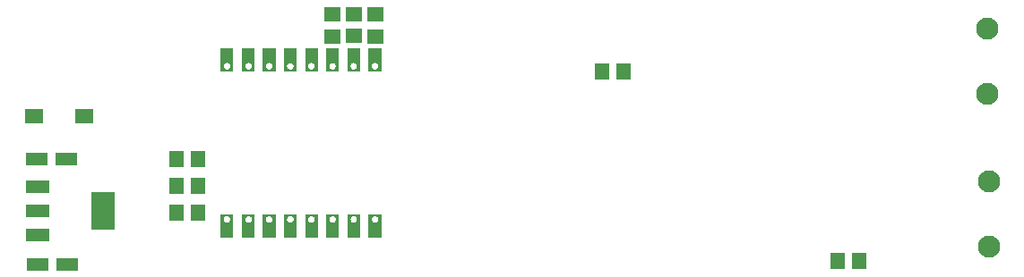
<source format=gtp>
G04 MADE WITH FRITZING*
G04 WWW.FRITZING.ORG*
G04 DOUBLE SIDED*
G04 HOLES PLATED*
G04 CONTOUR ON CENTER OF CONTOUR VECTOR*
%ASAXBY*%
%FSLAX23Y23*%
%MOIN*%
%OFA0B0*%
%SFA1.0B1.0*%
%ADD10C,0.082677*%
%ADD11R,0.069685X0.057874*%
%ADD12R,0.088000X0.048000*%
%ADD13R,0.086614X0.141732*%
%ADD14R,0.078740X0.047244*%
%ADD15R,0.055118X0.059055*%
%ADD16R,0.059055X0.055118*%
%ADD17R,0.001000X0.001000*%
%LNPASTEMASK1*%
G90*
G70*
G54D10*
X3640Y852D03*
X3640Y1096D03*
X3644Y283D03*
X3644Y527D03*
G54D11*
X91Y768D03*
X280Y768D03*
G54D12*
X105Y506D03*
X105Y415D03*
X105Y324D03*
G54D13*
X349Y415D03*
G54D14*
X106Y217D03*
X217Y217D03*
X211Y608D03*
X101Y608D03*
G54D15*
X2286Y935D03*
X2205Y935D03*
X621Y408D03*
X702Y408D03*
X3081Y228D03*
X3162Y228D03*
X621Y608D03*
X702Y608D03*
X621Y508D03*
X702Y508D03*
G54D16*
X1361Y1148D03*
X1361Y1067D03*
X1281Y1068D03*
X1281Y1149D03*
X1201Y1148D03*
X1201Y1067D03*
G54D17*
X786Y1023D02*
X832Y1023D01*
X867Y1023D02*
X913Y1023D01*
X944Y1023D02*
X990Y1023D01*
X1023Y1023D02*
X1068Y1023D01*
X1101Y1023D02*
X1147Y1023D01*
X1180Y1023D02*
X1226Y1023D01*
X1259Y1023D02*
X1305Y1023D01*
X1338Y1023D02*
X1383Y1023D01*
X786Y1022D02*
X832Y1022D01*
X867Y1022D02*
X913Y1022D01*
X944Y1022D02*
X990Y1022D01*
X1022Y1022D02*
X1069Y1022D01*
X1101Y1022D02*
X1147Y1022D01*
X1180Y1022D02*
X1226Y1022D01*
X1258Y1022D02*
X1305Y1022D01*
X1337Y1022D02*
X1384Y1022D01*
X786Y1021D02*
X832Y1021D01*
X867Y1021D02*
X913Y1021D01*
X944Y1021D02*
X990Y1021D01*
X1022Y1021D02*
X1069Y1021D01*
X1101Y1021D02*
X1147Y1021D01*
X1180Y1021D02*
X1226Y1021D01*
X1258Y1021D02*
X1305Y1021D01*
X1337Y1021D02*
X1384Y1021D01*
X786Y1020D02*
X832Y1020D01*
X867Y1020D02*
X913Y1020D01*
X944Y1020D02*
X990Y1020D01*
X1022Y1020D02*
X1069Y1020D01*
X1101Y1020D02*
X1147Y1020D01*
X1180Y1020D02*
X1226Y1020D01*
X1258Y1020D02*
X1305Y1020D01*
X1337Y1020D02*
X1384Y1020D01*
X786Y1019D02*
X832Y1019D01*
X867Y1019D02*
X913Y1019D01*
X944Y1019D02*
X990Y1019D01*
X1022Y1019D02*
X1069Y1019D01*
X1101Y1019D02*
X1147Y1019D01*
X1180Y1019D02*
X1226Y1019D01*
X1258Y1019D02*
X1305Y1019D01*
X1337Y1019D02*
X1384Y1019D01*
X786Y1018D02*
X832Y1018D01*
X867Y1018D02*
X913Y1018D01*
X944Y1018D02*
X990Y1018D01*
X1022Y1018D02*
X1069Y1018D01*
X1101Y1018D02*
X1147Y1018D01*
X1180Y1018D02*
X1226Y1018D01*
X1258Y1018D02*
X1305Y1018D01*
X1337Y1018D02*
X1384Y1018D01*
X786Y1017D02*
X832Y1017D01*
X867Y1017D02*
X913Y1017D01*
X944Y1017D02*
X990Y1017D01*
X1022Y1017D02*
X1069Y1017D01*
X1101Y1017D02*
X1147Y1017D01*
X1180Y1017D02*
X1226Y1017D01*
X1258Y1017D02*
X1305Y1017D01*
X1337Y1017D02*
X1384Y1017D01*
X786Y1016D02*
X832Y1016D01*
X867Y1016D02*
X913Y1016D01*
X944Y1016D02*
X990Y1016D01*
X1022Y1016D02*
X1069Y1016D01*
X1101Y1016D02*
X1147Y1016D01*
X1180Y1016D02*
X1226Y1016D01*
X1258Y1016D02*
X1305Y1016D01*
X1337Y1016D02*
X1384Y1016D01*
X786Y1015D02*
X832Y1015D01*
X867Y1015D02*
X913Y1015D01*
X944Y1015D02*
X990Y1015D01*
X1022Y1015D02*
X1069Y1015D01*
X1101Y1015D02*
X1147Y1015D01*
X1180Y1015D02*
X1226Y1015D01*
X1258Y1015D02*
X1305Y1015D01*
X1337Y1015D02*
X1384Y1015D01*
X786Y1014D02*
X832Y1014D01*
X867Y1014D02*
X913Y1014D01*
X944Y1014D02*
X990Y1014D01*
X1022Y1014D02*
X1069Y1014D01*
X1101Y1014D02*
X1147Y1014D01*
X1180Y1014D02*
X1226Y1014D01*
X1258Y1014D02*
X1305Y1014D01*
X1337Y1014D02*
X1384Y1014D01*
X786Y1013D02*
X832Y1013D01*
X867Y1013D02*
X913Y1013D01*
X944Y1013D02*
X990Y1013D01*
X1022Y1013D02*
X1069Y1013D01*
X1101Y1013D02*
X1147Y1013D01*
X1180Y1013D02*
X1226Y1013D01*
X1258Y1013D02*
X1305Y1013D01*
X1337Y1013D02*
X1384Y1013D01*
X786Y1012D02*
X832Y1012D01*
X867Y1012D02*
X913Y1012D01*
X944Y1012D02*
X990Y1012D01*
X1022Y1012D02*
X1069Y1012D01*
X1101Y1012D02*
X1147Y1012D01*
X1180Y1012D02*
X1226Y1012D01*
X1258Y1012D02*
X1305Y1012D01*
X1337Y1012D02*
X1384Y1012D01*
X786Y1011D02*
X832Y1011D01*
X867Y1011D02*
X913Y1011D01*
X944Y1011D02*
X990Y1011D01*
X1022Y1011D02*
X1069Y1011D01*
X1101Y1011D02*
X1147Y1011D01*
X1180Y1011D02*
X1226Y1011D01*
X1258Y1011D02*
X1305Y1011D01*
X1337Y1011D02*
X1384Y1011D01*
X786Y1010D02*
X832Y1010D01*
X867Y1010D02*
X913Y1010D01*
X944Y1010D02*
X990Y1010D01*
X1022Y1010D02*
X1069Y1010D01*
X1101Y1010D02*
X1147Y1010D01*
X1180Y1010D02*
X1226Y1010D01*
X1258Y1010D02*
X1305Y1010D01*
X1337Y1010D02*
X1384Y1010D01*
X786Y1009D02*
X832Y1009D01*
X867Y1009D02*
X913Y1009D01*
X944Y1009D02*
X990Y1009D01*
X1022Y1009D02*
X1069Y1009D01*
X1101Y1009D02*
X1147Y1009D01*
X1180Y1009D02*
X1226Y1009D01*
X1258Y1009D02*
X1305Y1009D01*
X1337Y1009D02*
X1384Y1009D01*
X786Y1008D02*
X832Y1008D01*
X867Y1008D02*
X913Y1008D01*
X944Y1008D02*
X990Y1008D01*
X1022Y1008D02*
X1069Y1008D01*
X1101Y1008D02*
X1147Y1008D01*
X1180Y1008D02*
X1226Y1008D01*
X1258Y1008D02*
X1305Y1008D01*
X1337Y1008D02*
X1384Y1008D01*
X786Y1007D02*
X832Y1007D01*
X867Y1007D02*
X913Y1007D01*
X944Y1007D02*
X990Y1007D01*
X1022Y1007D02*
X1069Y1007D01*
X1101Y1007D02*
X1147Y1007D01*
X1180Y1007D02*
X1226Y1007D01*
X1258Y1007D02*
X1305Y1007D01*
X1337Y1007D02*
X1384Y1007D01*
X786Y1006D02*
X832Y1006D01*
X867Y1006D02*
X913Y1006D01*
X944Y1006D02*
X990Y1006D01*
X1022Y1006D02*
X1069Y1006D01*
X1101Y1006D02*
X1147Y1006D01*
X1180Y1006D02*
X1226Y1006D01*
X1258Y1006D02*
X1305Y1006D01*
X1337Y1006D02*
X1384Y1006D01*
X786Y1005D02*
X832Y1005D01*
X867Y1005D02*
X913Y1005D01*
X944Y1005D02*
X990Y1005D01*
X1022Y1005D02*
X1069Y1005D01*
X1101Y1005D02*
X1147Y1005D01*
X1180Y1005D02*
X1226Y1005D01*
X1258Y1005D02*
X1305Y1005D01*
X1337Y1005D02*
X1384Y1005D01*
X786Y1004D02*
X832Y1004D01*
X867Y1004D02*
X913Y1004D01*
X944Y1004D02*
X990Y1004D01*
X1022Y1004D02*
X1069Y1004D01*
X1101Y1004D02*
X1147Y1004D01*
X1180Y1004D02*
X1226Y1004D01*
X1258Y1004D02*
X1305Y1004D01*
X1337Y1004D02*
X1384Y1004D01*
X786Y1003D02*
X832Y1003D01*
X867Y1003D02*
X913Y1003D01*
X944Y1003D02*
X990Y1003D01*
X1022Y1003D02*
X1069Y1003D01*
X1101Y1003D02*
X1147Y1003D01*
X1180Y1003D02*
X1226Y1003D01*
X1258Y1003D02*
X1305Y1003D01*
X1337Y1003D02*
X1384Y1003D01*
X786Y1002D02*
X832Y1002D01*
X867Y1002D02*
X913Y1002D01*
X944Y1002D02*
X990Y1002D01*
X1022Y1002D02*
X1069Y1002D01*
X1101Y1002D02*
X1147Y1002D01*
X1180Y1002D02*
X1226Y1002D01*
X1258Y1002D02*
X1305Y1002D01*
X1337Y1002D02*
X1384Y1002D01*
X786Y1001D02*
X832Y1001D01*
X867Y1001D02*
X913Y1001D01*
X944Y1001D02*
X990Y1001D01*
X1022Y1001D02*
X1069Y1001D01*
X1101Y1001D02*
X1147Y1001D01*
X1180Y1001D02*
X1226Y1001D01*
X1258Y1001D02*
X1305Y1001D01*
X1337Y1001D02*
X1384Y1001D01*
X786Y1000D02*
X832Y1000D01*
X867Y1000D02*
X913Y1000D01*
X944Y1000D02*
X990Y1000D01*
X1022Y1000D02*
X1069Y1000D01*
X1101Y1000D02*
X1147Y1000D01*
X1180Y1000D02*
X1226Y1000D01*
X1258Y1000D02*
X1305Y1000D01*
X1337Y1000D02*
X1384Y1000D01*
X786Y999D02*
X832Y999D01*
X867Y999D02*
X913Y999D01*
X944Y999D02*
X990Y999D01*
X1022Y999D02*
X1069Y999D01*
X1101Y999D02*
X1147Y999D01*
X1180Y999D02*
X1226Y999D01*
X1258Y999D02*
X1305Y999D01*
X1337Y999D02*
X1384Y999D01*
X786Y998D02*
X832Y998D01*
X867Y998D02*
X913Y998D01*
X944Y998D02*
X990Y998D01*
X1022Y998D02*
X1069Y998D01*
X1101Y998D02*
X1147Y998D01*
X1180Y998D02*
X1226Y998D01*
X1258Y998D02*
X1305Y998D01*
X1337Y998D02*
X1384Y998D01*
X786Y997D02*
X832Y997D01*
X867Y997D02*
X913Y997D01*
X944Y997D02*
X990Y997D01*
X1022Y997D02*
X1069Y997D01*
X1101Y997D02*
X1147Y997D01*
X1180Y997D02*
X1226Y997D01*
X1258Y997D02*
X1305Y997D01*
X1337Y997D02*
X1384Y997D01*
X786Y996D02*
X832Y996D01*
X867Y996D02*
X913Y996D01*
X944Y996D02*
X990Y996D01*
X1022Y996D02*
X1069Y996D01*
X1101Y996D02*
X1147Y996D01*
X1180Y996D02*
X1226Y996D01*
X1258Y996D02*
X1305Y996D01*
X1337Y996D02*
X1384Y996D01*
X786Y995D02*
X832Y995D01*
X867Y995D02*
X913Y995D01*
X944Y995D02*
X990Y995D01*
X1022Y995D02*
X1069Y995D01*
X1101Y995D02*
X1147Y995D01*
X1180Y995D02*
X1226Y995D01*
X1258Y995D02*
X1305Y995D01*
X1337Y995D02*
X1384Y995D01*
X786Y994D02*
X832Y994D01*
X867Y994D02*
X913Y994D01*
X944Y994D02*
X990Y994D01*
X1022Y994D02*
X1069Y994D01*
X1101Y994D02*
X1147Y994D01*
X1180Y994D02*
X1226Y994D01*
X1258Y994D02*
X1305Y994D01*
X1337Y994D02*
X1384Y994D01*
X786Y993D02*
X832Y993D01*
X867Y993D02*
X913Y993D01*
X944Y993D02*
X990Y993D01*
X1022Y993D02*
X1069Y993D01*
X1101Y993D02*
X1147Y993D01*
X1180Y993D02*
X1226Y993D01*
X1258Y993D02*
X1305Y993D01*
X1337Y993D02*
X1384Y993D01*
X786Y992D02*
X832Y992D01*
X867Y992D02*
X913Y992D01*
X944Y992D02*
X990Y992D01*
X1022Y992D02*
X1069Y992D01*
X1101Y992D02*
X1147Y992D01*
X1180Y992D02*
X1226Y992D01*
X1258Y992D02*
X1305Y992D01*
X1337Y992D02*
X1384Y992D01*
X786Y991D02*
X832Y991D01*
X867Y991D02*
X913Y991D01*
X944Y991D02*
X990Y991D01*
X1022Y991D02*
X1069Y991D01*
X1101Y991D02*
X1147Y991D01*
X1180Y991D02*
X1226Y991D01*
X1258Y991D02*
X1305Y991D01*
X1337Y991D02*
X1384Y991D01*
X786Y990D02*
X832Y990D01*
X867Y990D02*
X913Y990D01*
X944Y990D02*
X990Y990D01*
X1022Y990D02*
X1069Y990D01*
X1101Y990D02*
X1147Y990D01*
X1180Y990D02*
X1226Y990D01*
X1258Y990D02*
X1305Y990D01*
X1337Y990D02*
X1384Y990D01*
X786Y989D02*
X832Y989D01*
X867Y989D02*
X913Y989D01*
X944Y989D02*
X990Y989D01*
X1022Y989D02*
X1069Y989D01*
X1101Y989D02*
X1147Y989D01*
X1180Y989D02*
X1226Y989D01*
X1258Y989D02*
X1305Y989D01*
X1337Y989D02*
X1384Y989D01*
X786Y988D02*
X832Y988D01*
X867Y988D02*
X913Y988D01*
X944Y988D02*
X990Y988D01*
X1022Y988D02*
X1069Y988D01*
X1101Y988D02*
X1147Y988D01*
X1180Y988D02*
X1226Y988D01*
X1258Y988D02*
X1305Y988D01*
X1337Y988D02*
X1384Y988D01*
X786Y987D02*
X832Y987D01*
X867Y987D02*
X913Y987D01*
X944Y987D02*
X990Y987D01*
X1022Y987D02*
X1069Y987D01*
X1101Y987D02*
X1147Y987D01*
X1180Y987D02*
X1226Y987D01*
X1258Y987D02*
X1305Y987D01*
X1337Y987D02*
X1384Y987D01*
X786Y986D02*
X832Y986D01*
X867Y986D02*
X913Y986D01*
X944Y986D02*
X990Y986D01*
X1022Y986D02*
X1069Y986D01*
X1101Y986D02*
X1147Y986D01*
X1180Y986D02*
X1226Y986D01*
X1258Y986D02*
X1305Y986D01*
X1337Y986D02*
X1384Y986D01*
X786Y985D02*
X832Y985D01*
X867Y985D02*
X913Y985D01*
X944Y985D02*
X990Y985D01*
X1022Y985D02*
X1069Y985D01*
X1101Y985D02*
X1147Y985D01*
X1180Y985D02*
X1226Y985D01*
X1258Y985D02*
X1305Y985D01*
X1337Y985D02*
X1384Y985D01*
X786Y984D02*
X832Y984D01*
X867Y984D02*
X913Y984D01*
X944Y984D02*
X990Y984D01*
X1022Y984D02*
X1069Y984D01*
X1101Y984D02*
X1147Y984D01*
X1180Y984D02*
X1226Y984D01*
X1258Y984D02*
X1305Y984D01*
X1337Y984D02*
X1384Y984D01*
X786Y983D02*
X832Y983D01*
X867Y983D02*
X913Y983D01*
X944Y983D02*
X990Y983D01*
X1022Y983D02*
X1069Y983D01*
X1101Y983D02*
X1147Y983D01*
X1180Y983D02*
X1226Y983D01*
X1258Y983D02*
X1305Y983D01*
X1337Y983D02*
X1384Y983D01*
X786Y982D02*
X832Y982D01*
X867Y982D02*
X913Y982D01*
X944Y982D02*
X990Y982D01*
X1022Y982D02*
X1069Y982D01*
X1101Y982D02*
X1147Y982D01*
X1180Y982D02*
X1226Y982D01*
X1258Y982D02*
X1305Y982D01*
X1337Y982D02*
X1384Y982D01*
X786Y981D02*
X832Y981D01*
X867Y981D02*
X913Y981D01*
X944Y981D02*
X990Y981D01*
X1022Y981D02*
X1069Y981D01*
X1101Y981D02*
X1147Y981D01*
X1180Y981D02*
X1226Y981D01*
X1258Y981D02*
X1305Y981D01*
X1337Y981D02*
X1384Y981D01*
X786Y980D02*
X832Y980D01*
X867Y980D02*
X913Y980D01*
X944Y980D02*
X990Y980D01*
X1022Y980D02*
X1069Y980D01*
X1101Y980D02*
X1147Y980D01*
X1180Y980D02*
X1226Y980D01*
X1258Y980D02*
X1305Y980D01*
X1337Y980D02*
X1384Y980D01*
X786Y979D02*
X832Y979D01*
X867Y979D02*
X913Y979D01*
X944Y979D02*
X990Y979D01*
X1022Y979D02*
X1069Y979D01*
X1101Y979D02*
X1147Y979D01*
X1180Y979D02*
X1226Y979D01*
X1258Y979D02*
X1305Y979D01*
X1337Y979D02*
X1384Y979D01*
X786Y978D02*
X832Y978D01*
X867Y978D02*
X913Y978D01*
X944Y978D02*
X990Y978D01*
X1022Y978D02*
X1069Y978D01*
X1101Y978D02*
X1147Y978D01*
X1180Y978D02*
X1226Y978D01*
X1258Y978D02*
X1305Y978D01*
X1337Y978D02*
X1384Y978D01*
X786Y977D02*
X832Y977D01*
X867Y977D02*
X913Y977D01*
X944Y977D02*
X990Y977D01*
X1022Y977D02*
X1069Y977D01*
X1101Y977D02*
X1147Y977D01*
X1180Y977D02*
X1226Y977D01*
X1258Y977D02*
X1305Y977D01*
X1337Y977D02*
X1384Y977D01*
X786Y976D02*
X832Y976D01*
X867Y976D02*
X913Y976D01*
X944Y976D02*
X990Y976D01*
X1022Y976D02*
X1069Y976D01*
X1101Y976D02*
X1147Y976D01*
X1180Y976D02*
X1226Y976D01*
X1258Y976D02*
X1305Y976D01*
X1337Y976D02*
X1384Y976D01*
X786Y975D02*
X832Y975D01*
X867Y975D02*
X913Y975D01*
X944Y975D02*
X990Y975D01*
X1022Y975D02*
X1069Y975D01*
X1101Y975D02*
X1147Y975D01*
X1180Y975D02*
X1226Y975D01*
X1258Y975D02*
X1305Y975D01*
X1337Y975D02*
X1384Y975D01*
X786Y974D02*
X832Y974D01*
X867Y974D02*
X913Y974D01*
X944Y974D02*
X990Y974D01*
X1022Y974D02*
X1069Y974D01*
X1101Y974D02*
X1147Y974D01*
X1180Y974D02*
X1226Y974D01*
X1258Y974D02*
X1305Y974D01*
X1337Y974D02*
X1384Y974D01*
X786Y973D02*
X832Y973D01*
X867Y973D02*
X913Y973D01*
X944Y973D02*
X990Y973D01*
X1022Y973D02*
X1069Y973D01*
X1101Y973D02*
X1147Y973D01*
X1180Y973D02*
X1226Y973D01*
X1258Y973D02*
X1305Y973D01*
X1337Y973D02*
X1384Y973D01*
X786Y972D02*
X832Y972D01*
X867Y972D02*
X913Y972D01*
X944Y972D02*
X990Y972D01*
X1022Y972D02*
X1069Y972D01*
X1101Y972D02*
X1147Y972D01*
X1180Y972D02*
X1226Y972D01*
X1258Y972D02*
X1305Y972D01*
X1337Y972D02*
X1384Y972D01*
X786Y971D02*
X832Y971D01*
X867Y971D02*
X913Y971D01*
X944Y971D02*
X990Y971D01*
X1022Y971D02*
X1069Y971D01*
X1101Y971D02*
X1147Y971D01*
X1180Y971D02*
X1226Y971D01*
X1258Y971D02*
X1305Y971D01*
X1337Y971D02*
X1384Y971D01*
X786Y970D02*
X832Y970D01*
X867Y970D02*
X913Y970D01*
X944Y970D02*
X990Y970D01*
X1022Y970D02*
X1069Y970D01*
X1101Y970D02*
X1147Y970D01*
X1180Y970D02*
X1226Y970D01*
X1258Y970D02*
X1305Y970D01*
X1337Y970D02*
X1384Y970D01*
X786Y969D02*
X832Y969D01*
X867Y969D02*
X913Y969D01*
X944Y969D02*
X990Y969D01*
X1022Y969D02*
X1069Y969D01*
X1101Y969D02*
X1147Y969D01*
X1180Y969D02*
X1226Y969D01*
X1258Y969D02*
X1305Y969D01*
X1337Y969D02*
X1384Y969D01*
X786Y968D02*
X832Y968D01*
X867Y968D02*
X913Y968D01*
X944Y968D02*
X990Y968D01*
X1022Y968D02*
X1069Y968D01*
X1101Y968D02*
X1147Y968D01*
X1180Y968D02*
X1226Y968D01*
X1258Y968D02*
X1305Y968D01*
X1337Y968D02*
X1384Y968D01*
X786Y967D02*
X808Y967D01*
X811Y967D02*
X832Y967D01*
X867Y967D02*
X888Y967D01*
X892Y967D02*
X913Y967D01*
X944Y967D02*
X965Y967D01*
X969Y967D02*
X990Y967D01*
X1022Y967D02*
X1044Y967D01*
X1047Y967D02*
X1069Y967D01*
X1101Y967D02*
X1123Y967D01*
X1126Y967D02*
X1147Y967D01*
X1180Y967D02*
X1201Y967D01*
X1204Y967D02*
X1226Y967D01*
X1258Y967D02*
X1279Y967D01*
X1284Y967D02*
X1305Y967D01*
X1337Y967D02*
X1358Y967D01*
X1363Y967D02*
X1384Y967D01*
X786Y966D02*
X804Y966D01*
X815Y966D02*
X832Y966D01*
X867Y966D02*
X885Y966D01*
X896Y966D02*
X913Y966D01*
X944Y966D02*
X961Y966D01*
X972Y966D02*
X990Y966D01*
X1022Y966D02*
X1040Y966D01*
X1051Y966D02*
X1069Y966D01*
X1101Y966D02*
X1119Y966D01*
X1130Y966D02*
X1147Y966D01*
X1180Y966D02*
X1197Y966D01*
X1208Y966D02*
X1226Y966D01*
X1258Y966D02*
X1276Y966D01*
X1287Y966D02*
X1305Y966D01*
X1337Y966D02*
X1355Y966D01*
X1366Y966D02*
X1384Y966D01*
X786Y965D02*
X802Y965D01*
X816Y965D02*
X832Y965D01*
X867Y965D02*
X883Y965D01*
X898Y965D02*
X913Y965D01*
X944Y965D02*
X959Y965D01*
X974Y965D02*
X990Y965D01*
X1022Y965D02*
X1038Y965D01*
X1053Y965D02*
X1069Y965D01*
X1101Y965D02*
X1117Y965D01*
X1131Y965D02*
X1147Y965D01*
X1180Y965D02*
X1196Y965D01*
X1210Y965D02*
X1226Y965D01*
X1258Y965D02*
X1274Y965D01*
X1289Y965D02*
X1305Y965D01*
X1337Y965D02*
X1353Y965D01*
X1368Y965D02*
X1384Y965D01*
X786Y964D02*
X801Y964D01*
X818Y964D02*
X832Y964D01*
X867Y964D02*
X882Y964D01*
X899Y964D02*
X913Y964D01*
X944Y964D02*
X958Y964D01*
X975Y964D02*
X990Y964D01*
X1022Y964D02*
X1037Y964D01*
X1054Y964D02*
X1069Y964D01*
X1101Y964D02*
X1116Y964D01*
X1133Y964D02*
X1147Y964D01*
X1180Y964D02*
X1194Y964D01*
X1211Y964D02*
X1226Y964D01*
X1258Y964D02*
X1273Y964D01*
X1290Y964D02*
X1305Y964D01*
X1337Y964D02*
X1352Y964D01*
X1369Y964D02*
X1384Y964D01*
X786Y963D02*
X800Y963D01*
X819Y963D02*
X832Y963D01*
X867Y963D02*
X881Y963D01*
X900Y963D02*
X913Y963D01*
X944Y963D02*
X957Y963D01*
X976Y963D02*
X990Y963D01*
X1022Y963D02*
X1036Y963D01*
X1055Y963D02*
X1069Y963D01*
X1101Y963D02*
X1115Y963D01*
X1134Y963D02*
X1147Y963D01*
X1180Y963D02*
X1193Y963D01*
X1212Y963D02*
X1226Y963D01*
X1258Y963D02*
X1272Y963D01*
X1291Y963D02*
X1305Y963D01*
X1337Y963D02*
X1351Y963D01*
X1370Y963D02*
X1384Y963D01*
X786Y962D02*
X799Y962D01*
X820Y962D02*
X832Y962D01*
X867Y962D02*
X880Y962D01*
X901Y962D02*
X913Y962D01*
X944Y962D02*
X956Y962D01*
X977Y962D02*
X990Y962D01*
X1022Y962D02*
X1035Y962D01*
X1056Y962D02*
X1069Y962D01*
X1101Y962D02*
X1114Y962D01*
X1135Y962D02*
X1147Y962D01*
X1180Y962D02*
X1192Y962D01*
X1213Y962D02*
X1226Y962D01*
X1258Y962D02*
X1271Y962D01*
X1292Y962D02*
X1305Y962D01*
X1337Y962D02*
X1350Y962D01*
X1371Y962D02*
X1384Y962D01*
X786Y961D02*
X798Y961D01*
X820Y961D02*
X832Y961D01*
X867Y961D02*
X879Y961D01*
X901Y961D02*
X913Y961D01*
X944Y961D02*
X956Y961D01*
X978Y961D02*
X990Y961D01*
X1022Y961D02*
X1034Y961D01*
X1056Y961D02*
X1069Y961D01*
X1101Y961D02*
X1113Y961D01*
X1135Y961D02*
X1147Y961D01*
X1180Y961D02*
X1192Y961D01*
X1214Y961D02*
X1226Y961D01*
X1258Y961D02*
X1271Y961D01*
X1293Y961D02*
X1305Y961D01*
X1337Y961D02*
X1349Y961D01*
X1371Y961D02*
X1384Y961D01*
X786Y960D02*
X798Y960D01*
X821Y960D02*
X832Y960D01*
X867Y960D02*
X879Y960D01*
X902Y960D02*
X913Y960D01*
X944Y960D02*
X955Y960D01*
X978Y960D02*
X990Y960D01*
X1022Y960D02*
X1034Y960D01*
X1057Y960D02*
X1069Y960D01*
X1101Y960D02*
X1113Y960D01*
X1136Y960D02*
X1147Y960D01*
X1180Y960D02*
X1191Y960D01*
X1214Y960D02*
X1226Y960D01*
X1258Y960D02*
X1270Y960D01*
X1293Y960D02*
X1305Y960D01*
X1337Y960D02*
X1349Y960D01*
X1372Y960D02*
X1384Y960D01*
X786Y959D02*
X797Y959D01*
X821Y959D02*
X832Y959D01*
X867Y959D02*
X878Y959D01*
X902Y959D02*
X913Y959D01*
X944Y959D02*
X955Y959D01*
X979Y959D02*
X990Y959D01*
X1022Y959D02*
X1033Y959D01*
X1057Y959D02*
X1069Y959D01*
X1101Y959D02*
X1112Y959D01*
X1136Y959D02*
X1147Y959D01*
X1180Y959D02*
X1191Y959D01*
X1215Y959D02*
X1226Y959D01*
X1258Y959D02*
X1270Y959D01*
X1294Y959D02*
X1305Y959D01*
X1337Y959D02*
X1349Y959D01*
X1372Y959D02*
X1384Y959D01*
X786Y958D02*
X797Y958D01*
X821Y958D02*
X832Y958D01*
X867Y958D02*
X878Y958D01*
X903Y958D02*
X913Y958D01*
X944Y958D02*
X955Y958D01*
X979Y958D02*
X990Y958D01*
X1022Y958D02*
X1033Y958D01*
X1058Y958D02*
X1069Y958D01*
X1101Y958D02*
X1112Y958D01*
X1136Y958D02*
X1147Y958D01*
X1180Y958D02*
X1191Y958D01*
X1215Y958D02*
X1226Y958D01*
X1258Y958D02*
X1269Y958D01*
X1294Y958D02*
X1305Y958D01*
X1337Y958D02*
X1348Y958D01*
X1373Y958D02*
X1384Y958D01*
X786Y957D02*
X797Y957D01*
X822Y957D02*
X832Y957D01*
X867Y957D02*
X878Y957D01*
X903Y957D02*
X913Y957D01*
X944Y957D02*
X954Y957D01*
X979Y957D02*
X990Y957D01*
X1022Y957D02*
X1033Y957D01*
X1058Y957D02*
X1069Y957D01*
X1101Y957D02*
X1112Y957D01*
X1137Y957D02*
X1147Y957D01*
X1180Y957D02*
X1190Y957D01*
X1215Y957D02*
X1226Y957D01*
X1258Y957D02*
X1269Y957D01*
X1294Y957D02*
X1305Y957D01*
X1337Y957D02*
X1348Y957D01*
X1373Y957D02*
X1384Y957D01*
X786Y956D02*
X797Y956D01*
X822Y956D02*
X832Y956D01*
X867Y956D02*
X878Y956D01*
X903Y956D02*
X913Y956D01*
X944Y956D02*
X954Y956D01*
X979Y956D02*
X990Y956D01*
X1022Y956D02*
X1033Y956D01*
X1058Y956D02*
X1069Y956D01*
X1101Y956D02*
X1112Y956D01*
X1137Y956D02*
X1147Y956D01*
X1180Y956D02*
X1190Y956D01*
X1215Y956D02*
X1226Y956D01*
X1258Y956D02*
X1269Y956D01*
X1294Y956D02*
X1305Y956D01*
X1337Y956D02*
X1348Y956D01*
X1373Y956D02*
X1384Y956D01*
X786Y955D02*
X797Y955D01*
X822Y955D02*
X832Y955D01*
X867Y955D02*
X878Y955D01*
X903Y955D02*
X913Y955D01*
X944Y955D02*
X954Y955D01*
X979Y955D02*
X990Y955D01*
X1022Y955D02*
X1033Y955D01*
X1058Y955D02*
X1069Y955D01*
X1101Y955D02*
X1112Y955D01*
X1137Y955D02*
X1147Y955D01*
X1180Y955D02*
X1190Y955D01*
X1215Y955D02*
X1226Y955D01*
X1258Y955D02*
X1269Y955D01*
X1294Y955D02*
X1305Y955D01*
X1337Y955D02*
X1348Y955D01*
X1373Y955D02*
X1384Y955D01*
X786Y954D02*
X797Y954D01*
X822Y954D02*
X832Y954D01*
X867Y954D02*
X878Y954D01*
X903Y954D02*
X913Y954D01*
X944Y954D02*
X954Y954D01*
X979Y954D02*
X990Y954D01*
X1022Y954D02*
X1033Y954D01*
X1058Y954D02*
X1069Y954D01*
X1101Y954D02*
X1112Y954D01*
X1137Y954D02*
X1147Y954D01*
X1180Y954D02*
X1190Y954D01*
X1215Y954D02*
X1226Y954D01*
X1258Y954D02*
X1269Y954D01*
X1294Y954D02*
X1305Y954D01*
X1337Y954D02*
X1348Y954D01*
X1373Y954D02*
X1384Y954D01*
X786Y953D02*
X797Y953D01*
X822Y953D02*
X832Y953D01*
X867Y953D02*
X878Y953D01*
X903Y953D02*
X913Y953D01*
X944Y953D02*
X954Y953D01*
X979Y953D02*
X990Y953D01*
X1022Y953D02*
X1033Y953D01*
X1058Y953D02*
X1069Y953D01*
X1101Y953D02*
X1112Y953D01*
X1137Y953D02*
X1147Y953D01*
X1180Y953D02*
X1190Y953D01*
X1215Y953D02*
X1226Y953D01*
X1258Y953D02*
X1269Y953D01*
X1294Y953D02*
X1305Y953D01*
X1337Y953D02*
X1348Y953D01*
X1373Y953D02*
X1384Y953D01*
X786Y952D02*
X797Y952D01*
X821Y952D02*
X832Y952D01*
X867Y952D02*
X878Y952D01*
X902Y952D02*
X913Y952D01*
X944Y952D02*
X955Y952D01*
X979Y952D02*
X990Y952D01*
X1022Y952D02*
X1033Y952D01*
X1058Y952D02*
X1069Y952D01*
X1101Y952D02*
X1112Y952D01*
X1136Y952D02*
X1147Y952D01*
X1180Y952D02*
X1191Y952D01*
X1215Y952D02*
X1226Y952D01*
X1258Y952D02*
X1269Y952D01*
X1294Y952D02*
X1305Y952D01*
X1337Y952D02*
X1348Y952D01*
X1373Y952D02*
X1384Y952D01*
X786Y951D02*
X797Y951D01*
X821Y951D02*
X832Y951D01*
X867Y951D02*
X878Y951D01*
X902Y951D02*
X913Y951D01*
X944Y951D02*
X955Y951D01*
X979Y951D02*
X990Y951D01*
X1022Y951D02*
X1033Y951D01*
X1057Y951D02*
X1069Y951D01*
X1101Y951D02*
X1112Y951D01*
X1136Y951D02*
X1147Y951D01*
X1180Y951D02*
X1191Y951D01*
X1215Y951D02*
X1226Y951D01*
X1258Y951D02*
X1270Y951D01*
X1294Y951D02*
X1305Y951D01*
X1337Y951D02*
X1349Y951D01*
X1372Y951D02*
X1384Y951D01*
X786Y950D02*
X798Y950D01*
X821Y950D02*
X832Y950D01*
X867Y950D02*
X879Y950D01*
X902Y950D02*
X913Y950D01*
X944Y950D02*
X955Y950D01*
X978Y950D02*
X990Y950D01*
X1022Y950D02*
X1034Y950D01*
X1057Y950D02*
X1069Y950D01*
X1101Y950D02*
X1113Y950D01*
X1136Y950D02*
X1147Y950D01*
X1180Y950D02*
X1191Y950D01*
X1214Y950D02*
X1226Y950D01*
X1258Y950D02*
X1270Y950D01*
X1293Y950D02*
X1305Y950D01*
X1337Y950D02*
X1349Y950D01*
X1372Y950D02*
X1384Y950D01*
X786Y949D02*
X798Y949D01*
X820Y949D02*
X832Y949D01*
X867Y949D02*
X879Y949D01*
X901Y949D02*
X913Y949D01*
X944Y949D02*
X956Y949D01*
X978Y949D02*
X990Y949D01*
X1022Y949D02*
X1034Y949D01*
X1056Y949D02*
X1069Y949D01*
X1101Y949D02*
X1113Y949D01*
X1135Y949D02*
X1147Y949D01*
X1180Y949D02*
X1192Y949D01*
X1214Y949D02*
X1226Y949D01*
X1258Y949D02*
X1271Y949D01*
X1293Y949D02*
X1305Y949D01*
X1337Y949D02*
X1349Y949D01*
X1371Y949D02*
X1384Y949D01*
X786Y948D02*
X799Y948D01*
X820Y948D02*
X832Y948D01*
X867Y948D02*
X880Y948D01*
X901Y948D02*
X913Y948D01*
X944Y948D02*
X956Y948D01*
X977Y948D02*
X990Y948D01*
X1022Y948D02*
X1035Y948D01*
X1056Y948D02*
X1069Y948D01*
X1101Y948D02*
X1114Y948D01*
X1135Y948D02*
X1147Y948D01*
X1180Y948D02*
X1192Y948D01*
X1213Y948D02*
X1226Y948D01*
X1258Y948D02*
X1271Y948D01*
X1292Y948D02*
X1305Y948D01*
X1337Y948D02*
X1350Y948D01*
X1371Y948D02*
X1384Y948D01*
X786Y947D02*
X800Y947D01*
X819Y947D02*
X832Y947D01*
X867Y947D02*
X881Y947D01*
X900Y947D02*
X913Y947D01*
X944Y947D02*
X957Y947D01*
X976Y947D02*
X990Y947D01*
X1022Y947D02*
X1036Y947D01*
X1055Y947D02*
X1069Y947D01*
X1101Y947D02*
X1115Y947D01*
X1134Y947D02*
X1147Y947D01*
X1180Y947D02*
X1193Y947D01*
X1212Y947D02*
X1226Y947D01*
X1258Y947D02*
X1272Y947D01*
X1291Y947D02*
X1305Y947D01*
X1337Y947D02*
X1351Y947D01*
X1370Y947D02*
X1384Y947D01*
X786Y946D02*
X801Y946D01*
X818Y946D02*
X832Y946D01*
X867Y946D02*
X882Y946D01*
X899Y946D02*
X913Y946D01*
X944Y946D02*
X958Y946D01*
X975Y946D02*
X990Y946D01*
X1022Y946D02*
X1037Y946D01*
X1054Y946D02*
X1069Y946D01*
X1101Y946D02*
X1116Y946D01*
X1133Y946D02*
X1147Y946D01*
X1180Y946D02*
X1194Y946D01*
X1211Y946D02*
X1226Y946D01*
X1258Y946D02*
X1273Y946D01*
X1290Y946D02*
X1305Y946D01*
X1337Y946D02*
X1352Y946D01*
X1369Y946D02*
X1384Y946D01*
X786Y945D02*
X802Y945D01*
X817Y945D02*
X832Y945D01*
X867Y945D02*
X883Y945D01*
X898Y945D02*
X913Y945D01*
X944Y945D02*
X959Y945D01*
X974Y945D02*
X990Y945D01*
X1022Y945D02*
X1038Y945D01*
X1053Y945D02*
X1069Y945D01*
X1101Y945D02*
X1117Y945D01*
X1132Y945D02*
X1147Y945D01*
X1180Y945D02*
X1196Y945D01*
X1210Y945D02*
X1226Y945D01*
X1258Y945D02*
X1274Y945D01*
X1289Y945D02*
X1305Y945D01*
X1337Y945D02*
X1353Y945D01*
X1368Y945D02*
X1384Y945D01*
X786Y944D02*
X804Y944D01*
X815Y944D02*
X832Y944D01*
X867Y944D02*
X885Y944D01*
X896Y944D02*
X913Y944D01*
X944Y944D02*
X961Y944D01*
X972Y944D02*
X990Y944D01*
X1022Y944D02*
X1040Y944D01*
X1051Y944D02*
X1069Y944D01*
X1101Y944D02*
X1119Y944D01*
X1130Y944D02*
X1147Y944D01*
X1180Y944D02*
X1197Y944D01*
X1208Y944D02*
X1226Y944D01*
X1258Y944D02*
X1276Y944D01*
X1287Y944D02*
X1305Y944D01*
X1337Y944D02*
X1355Y944D01*
X1366Y944D02*
X1384Y944D01*
X786Y943D02*
X807Y943D01*
X811Y943D02*
X832Y943D01*
X867Y943D02*
X889Y943D01*
X892Y943D02*
X913Y943D01*
X944Y943D02*
X965Y943D01*
X968Y943D02*
X990Y943D01*
X1022Y943D02*
X1043Y943D01*
X1047Y943D02*
X1069Y943D01*
X1101Y943D02*
X1122Y943D01*
X1126Y943D02*
X1147Y943D01*
X1180Y943D02*
X1201Y943D01*
X1205Y943D02*
X1226Y943D01*
X1258Y943D02*
X1280Y943D01*
X1283Y943D02*
X1305Y943D01*
X1337Y943D02*
X1359Y943D01*
X1362Y943D02*
X1384Y943D01*
X786Y942D02*
X832Y942D01*
X867Y942D02*
X913Y942D01*
X944Y942D02*
X990Y942D01*
X1022Y942D02*
X1069Y942D01*
X1101Y942D02*
X1147Y942D01*
X1180Y942D02*
X1226Y942D01*
X1258Y942D02*
X1305Y942D01*
X1337Y942D02*
X1384Y942D01*
X786Y941D02*
X832Y941D01*
X867Y941D02*
X913Y941D01*
X944Y941D02*
X990Y941D01*
X1022Y941D02*
X1069Y941D01*
X1101Y941D02*
X1147Y941D01*
X1180Y941D02*
X1226Y941D01*
X1258Y941D02*
X1305Y941D01*
X1337Y941D02*
X1384Y941D01*
X786Y940D02*
X832Y940D01*
X867Y940D02*
X913Y940D01*
X944Y940D02*
X990Y940D01*
X1022Y940D02*
X1069Y940D01*
X1101Y940D02*
X1147Y940D01*
X1180Y940D02*
X1226Y940D01*
X1258Y940D02*
X1305Y940D01*
X1337Y940D02*
X1384Y940D01*
X786Y939D02*
X832Y939D01*
X867Y939D02*
X913Y939D01*
X944Y939D02*
X990Y939D01*
X1022Y939D02*
X1069Y939D01*
X1101Y939D02*
X1147Y939D01*
X1180Y939D02*
X1226Y939D01*
X1258Y939D02*
X1305Y939D01*
X1337Y939D02*
X1384Y939D01*
X786Y938D02*
X832Y938D01*
X867Y938D02*
X913Y938D01*
X944Y938D02*
X990Y938D01*
X1022Y938D02*
X1069Y938D01*
X1101Y938D02*
X1147Y938D01*
X1180Y938D02*
X1226Y938D01*
X1258Y938D02*
X1305Y938D01*
X1337Y938D02*
X1384Y938D01*
X786Y937D02*
X832Y937D01*
X867Y937D02*
X913Y937D01*
X944Y937D02*
X990Y937D01*
X1022Y937D02*
X1069Y937D01*
X1101Y937D02*
X1147Y937D01*
X1180Y937D02*
X1226Y937D01*
X1258Y937D02*
X1305Y937D01*
X1337Y937D02*
X1384Y937D01*
X786Y936D02*
X832Y936D01*
X867Y936D02*
X913Y936D01*
X944Y936D02*
X990Y936D01*
X1022Y936D02*
X1069Y936D01*
X1101Y936D02*
X1147Y936D01*
X1180Y936D02*
X1226Y936D01*
X1258Y936D02*
X1305Y936D01*
X1337Y936D02*
X1384Y936D01*
X786Y935D02*
X832Y935D01*
X867Y935D02*
X913Y935D01*
X944Y935D02*
X990Y935D01*
X1022Y935D02*
X1068Y935D01*
X1101Y935D02*
X1147Y935D01*
X1180Y935D02*
X1226Y935D01*
X1259Y935D02*
X1305Y935D01*
X1338Y935D02*
X1383Y935D01*
X786Y403D02*
X832Y403D01*
X867Y403D02*
X913Y403D01*
X944Y403D02*
X990Y403D01*
X1022Y403D02*
X1069Y403D01*
X1101Y403D02*
X1147Y403D01*
X1180Y403D02*
X1226Y403D01*
X1259Y403D02*
X1305Y403D01*
X1337Y403D02*
X1384Y403D01*
X786Y402D02*
X832Y402D01*
X867Y402D02*
X913Y402D01*
X944Y402D02*
X990Y402D01*
X1022Y402D02*
X1069Y402D01*
X1101Y402D02*
X1147Y402D01*
X1180Y402D02*
X1226Y402D01*
X1259Y402D02*
X1305Y402D01*
X1337Y402D02*
X1384Y402D01*
X786Y401D02*
X832Y401D01*
X867Y401D02*
X913Y401D01*
X944Y401D02*
X990Y401D01*
X1022Y401D02*
X1069Y401D01*
X1101Y401D02*
X1147Y401D01*
X1180Y401D02*
X1226Y401D01*
X1259Y401D02*
X1305Y401D01*
X1337Y401D02*
X1384Y401D01*
X786Y400D02*
X832Y400D01*
X867Y400D02*
X913Y400D01*
X944Y400D02*
X990Y400D01*
X1022Y400D02*
X1069Y400D01*
X1101Y400D02*
X1147Y400D01*
X1180Y400D02*
X1226Y400D01*
X1259Y400D02*
X1305Y400D01*
X1337Y400D02*
X1384Y400D01*
X786Y399D02*
X832Y399D01*
X867Y399D02*
X913Y399D01*
X944Y399D02*
X990Y399D01*
X1022Y399D02*
X1069Y399D01*
X1101Y399D02*
X1147Y399D01*
X1180Y399D02*
X1226Y399D01*
X1259Y399D02*
X1305Y399D01*
X1337Y399D02*
X1384Y399D01*
X786Y398D02*
X832Y398D01*
X867Y398D02*
X913Y398D01*
X944Y398D02*
X990Y398D01*
X1022Y398D02*
X1069Y398D01*
X1101Y398D02*
X1147Y398D01*
X1180Y398D02*
X1226Y398D01*
X1259Y398D02*
X1305Y398D01*
X1337Y398D02*
X1384Y398D01*
X786Y397D02*
X832Y397D01*
X867Y397D02*
X913Y397D01*
X944Y397D02*
X990Y397D01*
X1022Y397D02*
X1069Y397D01*
X1101Y397D02*
X1147Y397D01*
X1180Y397D02*
X1226Y397D01*
X1259Y397D02*
X1305Y397D01*
X1337Y397D02*
X1384Y397D01*
X786Y396D02*
X832Y396D01*
X867Y396D02*
X913Y396D01*
X944Y396D02*
X990Y396D01*
X1022Y396D02*
X1069Y396D01*
X1101Y396D02*
X1147Y396D01*
X1180Y396D02*
X1226Y396D01*
X1259Y396D02*
X1305Y396D01*
X1337Y396D02*
X1384Y396D01*
X786Y395D02*
X806Y395D01*
X813Y395D02*
X832Y395D01*
X867Y395D02*
X887Y395D01*
X894Y395D02*
X913Y395D01*
X944Y395D02*
X963Y395D01*
X970Y395D02*
X990Y395D01*
X1022Y395D02*
X1042Y395D01*
X1049Y395D02*
X1069Y395D01*
X1101Y395D02*
X1121Y395D01*
X1128Y395D02*
X1147Y395D01*
X1180Y395D02*
X1200Y395D01*
X1206Y395D02*
X1226Y395D01*
X1259Y395D02*
X1278Y395D01*
X1285Y395D02*
X1305Y395D01*
X1337Y395D02*
X1357Y395D01*
X1364Y395D02*
X1384Y395D01*
X786Y394D02*
X803Y394D01*
X815Y394D02*
X832Y394D01*
X867Y394D02*
X884Y394D01*
X896Y394D02*
X913Y394D01*
X944Y394D02*
X961Y394D01*
X973Y394D02*
X990Y394D01*
X1022Y394D02*
X1039Y394D01*
X1052Y394D02*
X1069Y394D01*
X1101Y394D02*
X1118Y394D01*
X1130Y394D02*
X1147Y394D01*
X1180Y394D02*
X1197Y394D01*
X1209Y394D02*
X1226Y394D01*
X1259Y394D02*
X1276Y394D01*
X1288Y394D02*
X1305Y394D01*
X1337Y394D02*
X1354Y394D01*
X1366Y394D02*
X1384Y394D01*
X786Y393D02*
X802Y393D01*
X817Y393D02*
X832Y393D01*
X867Y393D02*
X883Y393D01*
X898Y393D02*
X913Y393D01*
X944Y393D02*
X959Y393D01*
X974Y393D02*
X990Y393D01*
X1022Y393D02*
X1038Y393D01*
X1053Y393D02*
X1069Y393D01*
X1101Y393D02*
X1117Y393D01*
X1132Y393D02*
X1147Y393D01*
X1180Y393D02*
X1195Y393D01*
X1211Y393D02*
X1226Y393D01*
X1259Y393D02*
X1274Y393D01*
X1289Y393D02*
X1305Y393D01*
X1337Y393D02*
X1353Y393D01*
X1368Y393D02*
X1384Y393D01*
X786Y392D02*
X800Y392D01*
X818Y392D02*
X832Y392D01*
X867Y392D02*
X881Y392D01*
X899Y392D02*
X913Y392D01*
X944Y392D02*
X958Y392D01*
X976Y392D02*
X990Y392D01*
X1022Y392D02*
X1037Y392D01*
X1054Y392D02*
X1069Y392D01*
X1101Y392D02*
X1115Y392D01*
X1133Y392D02*
X1147Y392D01*
X1180Y392D02*
X1194Y392D01*
X1212Y392D02*
X1226Y392D01*
X1259Y392D02*
X1273Y392D01*
X1291Y392D02*
X1305Y392D01*
X1337Y392D02*
X1352Y392D01*
X1369Y392D02*
X1384Y392D01*
X786Y391D02*
X800Y391D01*
X819Y391D02*
X832Y391D01*
X867Y391D02*
X880Y391D01*
X900Y391D02*
X913Y391D01*
X944Y391D02*
X957Y391D01*
X977Y391D02*
X990Y391D01*
X1022Y391D02*
X1036Y391D01*
X1055Y391D02*
X1069Y391D01*
X1101Y391D02*
X1114Y391D01*
X1134Y391D02*
X1147Y391D01*
X1180Y391D02*
X1193Y391D01*
X1213Y391D02*
X1226Y391D01*
X1259Y391D02*
X1272Y391D01*
X1291Y391D02*
X1305Y391D01*
X1337Y391D02*
X1351Y391D01*
X1370Y391D02*
X1384Y391D01*
X786Y390D02*
X799Y390D01*
X820Y390D02*
X832Y390D01*
X867Y390D02*
X880Y390D01*
X901Y390D02*
X913Y390D01*
X944Y390D02*
X956Y390D01*
X977Y390D02*
X990Y390D01*
X1022Y390D02*
X1035Y390D01*
X1056Y390D02*
X1069Y390D01*
X1101Y390D02*
X1114Y390D01*
X1135Y390D02*
X1147Y390D01*
X1180Y390D02*
X1192Y390D01*
X1214Y390D02*
X1226Y390D01*
X1259Y390D02*
X1271Y390D01*
X1292Y390D02*
X1305Y390D01*
X1337Y390D02*
X1350Y390D01*
X1371Y390D02*
X1384Y390D01*
X786Y389D02*
X798Y389D01*
X820Y389D02*
X832Y389D01*
X867Y389D02*
X879Y389D01*
X901Y389D02*
X913Y389D01*
X944Y389D02*
X956Y389D01*
X978Y389D02*
X990Y389D01*
X1022Y389D02*
X1034Y389D01*
X1057Y389D02*
X1069Y389D01*
X1101Y389D02*
X1113Y389D01*
X1135Y389D02*
X1147Y389D01*
X1180Y389D02*
X1192Y389D01*
X1214Y389D02*
X1226Y389D01*
X1259Y389D02*
X1271Y389D01*
X1293Y389D02*
X1305Y389D01*
X1337Y389D02*
X1349Y389D01*
X1372Y389D02*
X1384Y389D01*
X786Y388D02*
X798Y388D01*
X821Y388D02*
X832Y388D01*
X867Y388D02*
X879Y388D01*
X902Y388D02*
X913Y388D01*
X944Y388D02*
X955Y388D01*
X978Y388D02*
X990Y388D01*
X1022Y388D02*
X1034Y388D01*
X1057Y388D02*
X1069Y388D01*
X1101Y388D02*
X1113Y388D01*
X1136Y388D02*
X1147Y388D01*
X1180Y388D02*
X1191Y388D01*
X1215Y388D02*
X1226Y388D01*
X1259Y388D02*
X1270Y388D01*
X1293Y388D02*
X1305Y388D01*
X1337Y388D02*
X1349Y388D01*
X1372Y388D02*
X1384Y388D01*
X786Y387D02*
X797Y387D01*
X821Y387D02*
X832Y387D01*
X867Y387D02*
X878Y387D01*
X902Y387D02*
X913Y387D01*
X944Y387D02*
X955Y387D01*
X979Y387D02*
X990Y387D01*
X1022Y387D02*
X1034Y387D01*
X1058Y387D02*
X1069Y387D01*
X1101Y387D02*
X1112Y387D01*
X1136Y387D02*
X1147Y387D01*
X1180Y387D02*
X1191Y387D01*
X1215Y387D02*
X1226Y387D01*
X1259Y387D02*
X1270Y387D01*
X1294Y387D02*
X1305Y387D01*
X1337Y387D02*
X1348Y387D01*
X1372Y387D02*
X1384Y387D01*
X786Y386D02*
X797Y386D01*
X822Y386D02*
X832Y386D01*
X867Y386D02*
X878Y386D01*
X903Y386D02*
X913Y386D01*
X944Y386D02*
X954Y386D01*
X979Y386D02*
X990Y386D01*
X1022Y386D02*
X1033Y386D01*
X1058Y386D02*
X1069Y386D01*
X1101Y386D02*
X1112Y386D01*
X1137Y386D02*
X1147Y386D01*
X1180Y386D02*
X1191Y386D01*
X1215Y386D02*
X1226Y386D01*
X1259Y386D02*
X1269Y386D01*
X1294Y386D02*
X1305Y386D01*
X1337Y386D02*
X1348Y386D01*
X1373Y386D02*
X1384Y386D01*
X786Y385D02*
X797Y385D01*
X822Y385D02*
X832Y385D01*
X867Y385D02*
X878Y385D01*
X903Y385D02*
X913Y385D01*
X944Y385D02*
X954Y385D01*
X979Y385D02*
X990Y385D01*
X1022Y385D02*
X1033Y385D01*
X1058Y385D02*
X1069Y385D01*
X1101Y385D02*
X1112Y385D01*
X1137Y385D02*
X1147Y385D01*
X1180Y385D02*
X1190Y385D01*
X1215Y385D02*
X1226Y385D01*
X1259Y385D02*
X1269Y385D01*
X1294Y385D02*
X1305Y385D01*
X1337Y385D02*
X1348Y385D01*
X1373Y385D02*
X1384Y385D01*
X786Y384D02*
X797Y384D01*
X822Y384D02*
X832Y384D01*
X867Y384D02*
X878Y384D01*
X903Y384D02*
X913Y384D01*
X944Y384D02*
X954Y384D01*
X979Y384D02*
X990Y384D01*
X1022Y384D02*
X1033Y384D01*
X1058Y384D02*
X1069Y384D01*
X1101Y384D02*
X1112Y384D01*
X1137Y384D02*
X1147Y384D01*
X1180Y384D02*
X1190Y384D01*
X1216Y384D02*
X1226Y384D01*
X1259Y384D02*
X1269Y384D01*
X1294Y384D02*
X1305Y384D01*
X1337Y384D02*
X1348Y384D01*
X1373Y384D02*
X1384Y384D01*
X786Y383D02*
X797Y383D01*
X822Y383D02*
X832Y383D01*
X867Y383D02*
X878Y383D01*
X903Y383D02*
X913Y383D01*
X944Y383D02*
X954Y383D01*
X979Y383D02*
X990Y383D01*
X1022Y383D02*
X1033Y383D01*
X1058Y383D02*
X1069Y383D01*
X1101Y383D02*
X1112Y383D01*
X1137Y383D02*
X1147Y383D01*
X1180Y383D02*
X1190Y383D01*
X1216Y383D02*
X1226Y383D01*
X1259Y383D02*
X1269Y383D01*
X1294Y383D02*
X1305Y383D01*
X1337Y383D02*
X1348Y383D01*
X1373Y383D02*
X1384Y383D01*
X786Y382D02*
X797Y382D01*
X822Y382D02*
X832Y382D01*
X867Y382D02*
X878Y382D01*
X903Y382D02*
X913Y382D01*
X944Y382D02*
X954Y382D01*
X979Y382D02*
X990Y382D01*
X1022Y382D02*
X1033Y382D01*
X1058Y382D02*
X1069Y382D01*
X1101Y382D02*
X1112Y382D01*
X1137Y382D02*
X1147Y382D01*
X1180Y382D02*
X1190Y382D01*
X1215Y382D02*
X1226Y382D01*
X1259Y382D02*
X1269Y382D01*
X1294Y382D02*
X1305Y382D01*
X1337Y382D02*
X1348Y382D01*
X1373Y382D02*
X1384Y382D01*
X786Y381D02*
X797Y381D01*
X822Y381D02*
X832Y381D01*
X867Y381D02*
X878Y381D01*
X903Y381D02*
X913Y381D01*
X944Y381D02*
X954Y381D01*
X979Y381D02*
X990Y381D01*
X1022Y381D02*
X1033Y381D01*
X1058Y381D02*
X1069Y381D01*
X1101Y381D02*
X1112Y381D01*
X1137Y381D02*
X1147Y381D01*
X1180Y381D02*
X1191Y381D01*
X1215Y381D02*
X1226Y381D01*
X1259Y381D02*
X1269Y381D01*
X1294Y381D02*
X1305Y381D01*
X1337Y381D02*
X1348Y381D01*
X1373Y381D02*
X1384Y381D01*
X786Y380D02*
X797Y380D01*
X821Y380D02*
X832Y380D01*
X867Y380D02*
X878Y380D01*
X902Y380D02*
X913Y380D01*
X944Y380D02*
X955Y380D01*
X979Y380D02*
X990Y380D01*
X1022Y380D02*
X1033Y380D01*
X1058Y380D02*
X1069Y380D01*
X1101Y380D02*
X1112Y380D01*
X1136Y380D02*
X1147Y380D01*
X1180Y380D02*
X1191Y380D01*
X1215Y380D02*
X1226Y380D01*
X1259Y380D02*
X1270Y380D01*
X1294Y380D02*
X1305Y380D01*
X1337Y380D02*
X1348Y380D01*
X1373Y380D02*
X1384Y380D01*
X786Y379D02*
X797Y379D01*
X821Y379D02*
X832Y379D01*
X867Y379D02*
X878Y379D01*
X902Y379D02*
X913Y379D01*
X944Y379D02*
X955Y379D01*
X979Y379D02*
X990Y379D01*
X1022Y379D02*
X1034Y379D01*
X1057Y379D02*
X1069Y379D01*
X1101Y379D02*
X1112Y379D01*
X1136Y379D02*
X1147Y379D01*
X1180Y379D02*
X1191Y379D01*
X1215Y379D02*
X1226Y379D01*
X1259Y379D02*
X1270Y379D01*
X1294Y379D02*
X1305Y379D01*
X1337Y379D02*
X1349Y379D01*
X1372Y379D02*
X1384Y379D01*
X786Y378D02*
X798Y378D01*
X821Y378D02*
X832Y378D01*
X867Y378D02*
X879Y378D01*
X902Y378D02*
X913Y378D01*
X944Y378D02*
X955Y378D01*
X978Y378D02*
X990Y378D01*
X1022Y378D02*
X1034Y378D01*
X1057Y378D02*
X1069Y378D01*
X1101Y378D02*
X1113Y378D01*
X1136Y378D02*
X1147Y378D01*
X1180Y378D02*
X1192Y378D01*
X1214Y378D02*
X1226Y378D01*
X1259Y378D02*
X1270Y378D01*
X1293Y378D02*
X1305Y378D01*
X1337Y378D02*
X1349Y378D01*
X1372Y378D02*
X1384Y378D01*
X786Y377D02*
X798Y377D01*
X820Y377D02*
X832Y377D01*
X867Y377D02*
X879Y377D01*
X901Y377D02*
X913Y377D01*
X944Y377D02*
X956Y377D01*
X978Y377D02*
X990Y377D01*
X1022Y377D02*
X1035Y377D01*
X1056Y377D02*
X1069Y377D01*
X1101Y377D02*
X1113Y377D01*
X1135Y377D02*
X1147Y377D01*
X1180Y377D02*
X1192Y377D01*
X1214Y377D02*
X1226Y377D01*
X1259Y377D02*
X1271Y377D01*
X1293Y377D02*
X1305Y377D01*
X1337Y377D02*
X1350Y377D01*
X1371Y377D02*
X1384Y377D01*
X786Y376D02*
X799Y376D01*
X819Y376D02*
X832Y376D01*
X867Y376D02*
X880Y376D01*
X900Y376D02*
X913Y376D01*
X944Y376D02*
X957Y376D01*
X977Y376D02*
X990Y376D01*
X1022Y376D02*
X1035Y376D01*
X1056Y376D02*
X1069Y376D01*
X1101Y376D02*
X1114Y376D01*
X1134Y376D02*
X1147Y376D01*
X1180Y376D02*
X1193Y376D01*
X1213Y376D02*
X1226Y376D01*
X1259Y376D02*
X1272Y376D01*
X1292Y376D02*
X1305Y376D01*
X1337Y376D02*
X1350Y376D01*
X1371Y376D02*
X1384Y376D01*
X786Y375D02*
X800Y375D01*
X819Y375D02*
X832Y375D01*
X867Y375D02*
X881Y375D01*
X900Y375D02*
X913Y375D01*
X944Y375D02*
X957Y375D01*
X976Y375D02*
X990Y375D01*
X1022Y375D02*
X1036Y375D01*
X1055Y375D02*
X1069Y375D01*
X1101Y375D02*
X1115Y375D01*
X1134Y375D02*
X1147Y375D01*
X1180Y375D02*
X1194Y375D01*
X1212Y375D02*
X1226Y375D01*
X1259Y375D02*
X1272Y375D01*
X1291Y375D02*
X1305Y375D01*
X1337Y375D02*
X1351Y375D01*
X1370Y375D02*
X1384Y375D01*
X786Y374D02*
X801Y374D01*
X818Y374D02*
X832Y374D01*
X867Y374D02*
X882Y374D01*
X899Y374D02*
X913Y374D01*
X944Y374D02*
X958Y374D01*
X975Y374D02*
X990Y374D01*
X1022Y374D02*
X1037Y374D01*
X1054Y374D02*
X1069Y374D01*
X1101Y374D02*
X1116Y374D01*
X1133Y374D02*
X1147Y374D01*
X1180Y374D02*
X1195Y374D01*
X1211Y374D02*
X1226Y374D01*
X1259Y374D02*
X1273Y374D01*
X1290Y374D02*
X1305Y374D01*
X1337Y374D02*
X1352Y374D01*
X1369Y374D02*
X1384Y374D01*
X786Y373D02*
X802Y373D01*
X816Y373D02*
X832Y373D01*
X867Y373D02*
X883Y373D01*
X897Y373D02*
X913Y373D01*
X944Y373D02*
X960Y373D01*
X974Y373D02*
X990Y373D01*
X1022Y373D02*
X1039Y373D01*
X1052Y373D02*
X1069Y373D01*
X1101Y373D02*
X1117Y373D01*
X1131Y373D02*
X1147Y373D01*
X1180Y373D02*
X1196Y373D01*
X1210Y373D02*
X1226Y373D01*
X1259Y373D02*
X1275Y373D01*
X1289Y373D02*
X1305Y373D01*
X1337Y373D02*
X1354Y373D01*
X1367Y373D02*
X1384Y373D01*
X786Y372D02*
X804Y372D01*
X814Y372D02*
X832Y372D01*
X867Y372D02*
X885Y372D01*
X895Y372D02*
X913Y372D01*
X944Y372D02*
X962Y372D01*
X972Y372D02*
X990Y372D01*
X1022Y372D02*
X1041Y372D01*
X1050Y372D02*
X1069Y372D01*
X1101Y372D02*
X1119Y372D01*
X1129Y372D02*
X1147Y372D01*
X1180Y372D02*
X1198Y372D01*
X1208Y372D02*
X1226Y372D01*
X1259Y372D02*
X1277Y372D01*
X1287Y372D02*
X1305Y372D01*
X1337Y372D02*
X1356Y372D01*
X1365Y372D02*
X1384Y372D01*
X786Y371D02*
X832Y371D01*
X867Y371D02*
X913Y371D01*
X944Y371D02*
X990Y371D01*
X1022Y371D02*
X1069Y371D01*
X1101Y371D02*
X1147Y371D01*
X1180Y371D02*
X1226Y371D01*
X1259Y371D02*
X1305Y371D01*
X1337Y371D02*
X1384Y371D01*
X786Y370D02*
X832Y370D01*
X867Y370D02*
X913Y370D01*
X944Y370D02*
X990Y370D01*
X1022Y370D02*
X1069Y370D01*
X1101Y370D02*
X1147Y370D01*
X1180Y370D02*
X1226Y370D01*
X1259Y370D02*
X1305Y370D01*
X1337Y370D02*
X1384Y370D01*
X786Y369D02*
X832Y369D01*
X867Y369D02*
X913Y369D01*
X944Y369D02*
X990Y369D01*
X1022Y369D02*
X1069Y369D01*
X1101Y369D02*
X1147Y369D01*
X1180Y369D02*
X1226Y369D01*
X1259Y369D02*
X1305Y369D01*
X1337Y369D02*
X1384Y369D01*
X786Y368D02*
X832Y368D01*
X867Y368D02*
X913Y368D01*
X944Y368D02*
X990Y368D01*
X1022Y368D02*
X1069Y368D01*
X1101Y368D02*
X1147Y368D01*
X1180Y368D02*
X1226Y368D01*
X1259Y368D02*
X1305Y368D01*
X1337Y368D02*
X1384Y368D01*
X786Y367D02*
X832Y367D01*
X867Y367D02*
X913Y367D01*
X944Y367D02*
X990Y367D01*
X1022Y367D02*
X1069Y367D01*
X1101Y367D02*
X1147Y367D01*
X1180Y367D02*
X1226Y367D01*
X1259Y367D02*
X1305Y367D01*
X1337Y367D02*
X1384Y367D01*
X786Y366D02*
X832Y366D01*
X867Y366D02*
X913Y366D01*
X944Y366D02*
X990Y366D01*
X1022Y366D02*
X1069Y366D01*
X1101Y366D02*
X1147Y366D01*
X1180Y366D02*
X1226Y366D01*
X1259Y366D02*
X1305Y366D01*
X1337Y366D02*
X1384Y366D01*
X786Y365D02*
X832Y365D01*
X867Y365D02*
X913Y365D01*
X944Y365D02*
X990Y365D01*
X1022Y365D02*
X1069Y365D01*
X1101Y365D02*
X1147Y365D01*
X1180Y365D02*
X1226Y365D01*
X1259Y365D02*
X1305Y365D01*
X1337Y365D02*
X1384Y365D01*
X786Y364D02*
X832Y364D01*
X867Y364D02*
X913Y364D01*
X944Y364D02*
X990Y364D01*
X1022Y364D02*
X1069Y364D01*
X1101Y364D02*
X1147Y364D01*
X1180Y364D02*
X1226Y364D01*
X1259Y364D02*
X1305Y364D01*
X1337Y364D02*
X1384Y364D01*
X786Y363D02*
X832Y363D01*
X867Y363D02*
X913Y363D01*
X944Y363D02*
X990Y363D01*
X1022Y363D02*
X1069Y363D01*
X1101Y363D02*
X1147Y363D01*
X1180Y363D02*
X1226Y363D01*
X1259Y363D02*
X1305Y363D01*
X1337Y363D02*
X1384Y363D01*
X786Y362D02*
X832Y362D01*
X867Y362D02*
X913Y362D01*
X944Y362D02*
X990Y362D01*
X1022Y362D02*
X1069Y362D01*
X1101Y362D02*
X1147Y362D01*
X1180Y362D02*
X1226Y362D01*
X1259Y362D02*
X1305Y362D01*
X1337Y362D02*
X1384Y362D01*
X786Y361D02*
X832Y361D01*
X867Y361D02*
X913Y361D01*
X944Y361D02*
X990Y361D01*
X1022Y361D02*
X1069Y361D01*
X1101Y361D02*
X1147Y361D01*
X1180Y361D02*
X1226Y361D01*
X1259Y361D02*
X1305Y361D01*
X1337Y361D02*
X1384Y361D01*
X786Y360D02*
X832Y360D01*
X867Y360D02*
X913Y360D01*
X944Y360D02*
X990Y360D01*
X1022Y360D02*
X1069Y360D01*
X1101Y360D02*
X1147Y360D01*
X1180Y360D02*
X1226Y360D01*
X1259Y360D02*
X1305Y360D01*
X1337Y360D02*
X1384Y360D01*
X786Y359D02*
X832Y359D01*
X867Y359D02*
X913Y359D01*
X944Y359D02*
X990Y359D01*
X1022Y359D02*
X1069Y359D01*
X1101Y359D02*
X1147Y359D01*
X1180Y359D02*
X1226Y359D01*
X1259Y359D02*
X1305Y359D01*
X1337Y359D02*
X1384Y359D01*
X786Y358D02*
X832Y358D01*
X867Y358D02*
X913Y358D01*
X944Y358D02*
X990Y358D01*
X1022Y358D02*
X1069Y358D01*
X1101Y358D02*
X1147Y358D01*
X1180Y358D02*
X1226Y358D01*
X1259Y358D02*
X1305Y358D01*
X1337Y358D02*
X1384Y358D01*
X786Y357D02*
X832Y357D01*
X867Y357D02*
X913Y357D01*
X944Y357D02*
X990Y357D01*
X1022Y357D02*
X1069Y357D01*
X1101Y357D02*
X1147Y357D01*
X1180Y357D02*
X1226Y357D01*
X1259Y357D02*
X1305Y357D01*
X1337Y357D02*
X1384Y357D01*
X786Y356D02*
X832Y356D01*
X867Y356D02*
X913Y356D01*
X944Y356D02*
X990Y356D01*
X1022Y356D02*
X1069Y356D01*
X1101Y356D02*
X1147Y356D01*
X1180Y356D02*
X1226Y356D01*
X1259Y356D02*
X1305Y356D01*
X1337Y356D02*
X1384Y356D01*
X786Y355D02*
X832Y355D01*
X867Y355D02*
X913Y355D01*
X944Y355D02*
X990Y355D01*
X1022Y355D02*
X1069Y355D01*
X1101Y355D02*
X1147Y355D01*
X1180Y355D02*
X1226Y355D01*
X1259Y355D02*
X1305Y355D01*
X1337Y355D02*
X1384Y355D01*
X786Y354D02*
X832Y354D01*
X867Y354D02*
X913Y354D01*
X944Y354D02*
X990Y354D01*
X1022Y354D02*
X1069Y354D01*
X1101Y354D02*
X1147Y354D01*
X1180Y354D02*
X1226Y354D01*
X1259Y354D02*
X1305Y354D01*
X1337Y354D02*
X1384Y354D01*
X786Y353D02*
X832Y353D01*
X867Y353D02*
X913Y353D01*
X944Y353D02*
X990Y353D01*
X1022Y353D02*
X1069Y353D01*
X1101Y353D02*
X1147Y353D01*
X1180Y353D02*
X1226Y353D01*
X1259Y353D02*
X1305Y353D01*
X1337Y353D02*
X1384Y353D01*
X786Y352D02*
X832Y352D01*
X867Y352D02*
X913Y352D01*
X944Y352D02*
X990Y352D01*
X1022Y352D02*
X1069Y352D01*
X1101Y352D02*
X1147Y352D01*
X1180Y352D02*
X1226Y352D01*
X1259Y352D02*
X1305Y352D01*
X1337Y352D02*
X1384Y352D01*
X786Y351D02*
X832Y351D01*
X867Y351D02*
X913Y351D01*
X944Y351D02*
X990Y351D01*
X1022Y351D02*
X1069Y351D01*
X1101Y351D02*
X1147Y351D01*
X1180Y351D02*
X1226Y351D01*
X1259Y351D02*
X1305Y351D01*
X1337Y351D02*
X1384Y351D01*
X786Y350D02*
X832Y350D01*
X867Y350D02*
X913Y350D01*
X944Y350D02*
X990Y350D01*
X1022Y350D02*
X1069Y350D01*
X1101Y350D02*
X1147Y350D01*
X1180Y350D02*
X1226Y350D01*
X1259Y350D02*
X1305Y350D01*
X1337Y350D02*
X1384Y350D01*
X786Y349D02*
X832Y349D01*
X867Y349D02*
X913Y349D01*
X944Y349D02*
X990Y349D01*
X1022Y349D02*
X1069Y349D01*
X1101Y349D02*
X1147Y349D01*
X1180Y349D02*
X1226Y349D01*
X1259Y349D02*
X1305Y349D01*
X1337Y349D02*
X1384Y349D01*
X786Y348D02*
X832Y348D01*
X867Y348D02*
X913Y348D01*
X944Y348D02*
X990Y348D01*
X1022Y348D02*
X1069Y348D01*
X1101Y348D02*
X1147Y348D01*
X1180Y348D02*
X1226Y348D01*
X1259Y348D02*
X1305Y348D01*
X1337Y348D02*
X1384Y348D01*
X786Y347D02*
X832Y347D01*
X867Y347D02*
X913Y347D01*
X944Y347D02*
X990Y347D01*
X1022Y347D02*
X1069Y347D01*
X1101Y347D02*
X1147Y347D01*
X1180Y347D02*
X1226Y347D01*
X1259Y347D02*
X1305Y347D01*
X1337Y347D02*
X1384Y347D01*
X786Y346D02*
X832Y346D01*
X867Y346D02*
X913Y346D01*
X944Y346D02*
X990Y346D01*
X1022Y346D02*
X1069Y346D01*
X1101Y346D02*
X1147Y346D01*
X1180Y346D02*
X1226Y346D01*
X1259Y346D02*
X1305Y346D01*
X1337Y346D02*
X1384Y346D01*
X786Y345D02*
X832Y345D01*
X867Y345D02*
X913Y345D01*
X944Y345D02*
X990Y345D01*
X1022Y345D02*
X1069Y345D01*
X1101Y345D02*
X1147Y345D01*
X1180Y345D02*
X1226Y345D01*
X1259Y345D02*
X1305Y345D01*
X1337Y345D02*
X1384Y345D01*
X786Y344D02*
X832Y344D01*
X867Y344D02*
X913Y344D01*
X944Y344D02*
X990Y344D01*
X1022Y344D02*
X1069Y344D01*
X1101Y344D02*
X1147Y344D01*
X1180Y344D02*
X1226Y344D01*
X1259Y344D02*
X1305Y344D01*
X1337Y344D02*
X1384Y344D01*
X786Y343D02*
X832Y343D01*
X867Y343D02*
X913Y343D01*
X944Y343D02*
X990Y343D01*
X1022Y343D02*
X1069Y343D01*
X1101Y343D02*
X1147Y343D01*
X1180Y343D02*
X1226Y343D01*
X1259Y343D02*
X1305Y343D01*
X1337Y343D02*
X1384Y343D01*
X786Y342D02*
X832Y342D01*
X867Y342D02*
X913Y342D01*
X944Y342D02*
X990Y342D01*
X1022Y342D02*
X1069Y342D01*
X1101Y342D02*
X1147Y342D01*
X1180Y342D02*
X1226Y342D01*
X1259Y342D02*
X1305Y342D01*
X1337Y342D02*
X1384Y342D01*
X786Y341D02*
X832Y341D01*
X867Y341D02*
X913Y341D01*
X944Y341D02*
X990Y341D01*
X1022Y341D02*
X1069Y341D01*
X1101Y341D02*
X1147Y341D01*
X1180Y341D02*
X1226Y341D01*
X1259Y341D02*
X1305Y341D01*
X1337Y341D02*
X1384Y341D01*
X786Y340D02*
X832Y340D01*
X867Y340D02*
X913Y340D01*
X944Y340D02*
X990Y340D01*
X1022Y340D02*
X1069Y340D01*
X1101Y340D02*
X1147Y340D01*
X1180Y340D02*
X1226Y340D01*
X1259Y340D02*
X1305Y340D01*
X1337Y340D02*
X1384Y340D01*
X786Y339D02*
X832Y339D01*
X867Y339D02*
X913Y339D01*
X944Y339D02*
X990Y339D01*
X1022Y339D02*
X1069Y339D01*
X1101Y339D02*
X1147Y339D01*
X1180Y339D02*
X1226Y339D01*
X1259Y339D02*
X1305Y339D01*
X1337Y339D02*
X1384Y339D01*
X786Y338D02*
X832Y338D01*
X867Y338D02*
X913Y338D01*
X944Y338D02*
X990Y338D01*
X1022Y338D02*
X1069Y338D01*
X1101Y338D02*
X1147Y338D01*
X1180Y338D02*
X1226Y338D01*
X1259Y338D02*
X1305Y338D01*
X1337Y338D02*
X1384Y338D01*
X786Y337D02*
X832Y337D01*
X867Y337D02*
X913Y337D01*
X944Y337D02*
X990Y337D01*
X1022Y337D02*
X1069Y337D01*
X1101Y337D02*
X1147Y337D01*
X1180Y337D02*
X1226Y337D01*
X1259Y337D02*
X1305Y337D01*
X1337Y337D02*
X1384Y337D01*
X786Y336D02*
X832Y336D01*
X867Y336D02*
X913Y336D01*
X944Y336D02*
X990Y336D01*
X1022Y336D02*
X1069Y336D01*
X1101Y336D02*
X1147Y336D01*
X1180Y336D02*
X1226Y336D01*
X1259Y336D02*
X1305Y336D01*
X1337Y336D02*
X1384Y336D01*
X786Y335D02*
X832Y335D01*
X867Y335D02*
X913Y335D01*
X944Y335D02*
X990Y335D01*
X1022Y335D02*
X1069Y335D01*
X1101Y335D02*
X1147Y335D01*
X1180Y335D02*
X1226Y335D01*
X1259Y335D02*
X1305Y335D01*
X1337Y335D02*
X1384Y335D01*
X786Y334D02*
X832Y334D01*
X867Y334D02*
X913Y334D01*
X944Y334D02*
X990Y334D01*
X1022Y334D02*
X1069Y334D01*
X1101Y334D02*
X1147Y334D01*
X1180Y334D02*
X1226Y334D01*
X1259Y334D02*
X1305Y334D01*
X1337Y334D02*
X1384Y334D01*
X786Y333D02*
X832Y333D01*
X867Y333D02*
X913Y333D01*
X944Y333D02*
X990Y333D01*
X1022Y333D02*
X1069Y333D01*
X1101Y333D02*
X1147Y333D01*
X1180Y333D02*
X1226Y333D01*
X1259Y333D02*
X1305Y333D01*
X1337Y333D02*
X1384Y333D01*
X786Y332D02*
X832Y332D01*
X867Y332D02*
X913Y332D01*
X944Y332D02*
X990Y332D01*
X1022Y332D02*
X1069Y332D01*
X1101Y332D02*
X1147Y332D01*
X1180Y332D02*
X1226Y332D01*
X1259Y332D02*
X1305Y332D01*
X1337Y332D02*
X1384Y332D01*
X786Y331D02*
X832Y331D01*
X867Y331D02*
X913Y331D01*
X944Y331D02*
X990Y331D01*
X1022Y331D02*
X1069Y331D01*
X1101Y331D02*
X1147Y331D01*
X1180Y331D02*
X1226Y331D01*
X1259Y331D02*
X1305Y331D01*
X1337Y331D02*
X1384Y331D01*
X786Y330D02*
X832Y330D01*
X867Y330D02*
X913Y330D01*
X944Y330D02*
X990Y330D01*
X1022Y330D02*
X1069Y330D01*
X1101Y330D02*
X1147Y330D01*
X1180Y330D02*
X1226Y330D01*
X1259Y330D02*
X1305Y330D01*
X1337Y330D02*
X1384Y330D01*
X786Y329D02*
X832Y329D01*
X867Y329D02*
X913Y329D01*
X944Y329D02*
X990Y329D01*
X1022Y329D02*
X1069Y329D01*
X1101Y329D02*
X1147Y329D01*
X1180Y329D02*
X1226Y329D01*
X1259Y329D02*
X1305Y329D01*
X1337Y329D02*
X1384Y329D01*
X786Y328D02*
X832Y328D01*
X867Y328D02*
X913Y328D01*
X944Y328D02*
X990Y328D01*
X1022Y328D02*
X1069Y328D01*
X1101Y328D02*
X1147Y328D01*
X1180Y328D02*
X1226Y328D01*
X1259Y328D02*
X1305Y328D01*
X1337Y328D02*
X1384Y328D01*
X786Y327D02*
X832Y327D01*
X867Y327D02*
X913Y327D01*
X944Y327D02*
X990Y327D01*
X1022Y327D02*
X1069Y327D01*
X1101Y327D02*
X1147Y327D01*
X1180Y327D02*
X1226Y327D01*
X1259Y327D02*
X1305Y327D01*
X1337Y327D02*
X1384Y327D01*
X786Y326D02*
X832Y326D01*
X867Y326D02*
X913Y326D01*
X944Y326D02*
X990Y326D01*
X1022Y326D02*
X1069Y326D01*
X1101Y326D02*
X1147Y326D01*
X1180Y326D02*
X1226Y326D01*
X1259Y326D02*
X1305Y326D01*
X1337Y326D02*
X1384Y326D01*
X786Y325D02*
X832Y325D01*
X867Y325D02*
X913Y325D01*
X944Y325D02*
X990Y325D01*
X1022Y325D02*
X1069Y325D01*
X1101Y325D02*
X1147Y325D01*
X1180Y325D02*
X1226Y325D01*
X1259Y325D02*
X1305Y325D01*
X1337Y325D02*
X1384Y325D01*
X786Y324D02*
X832Y324D01*
X867Y324D02*
X913Y324D01*
X944Y324D02*
X990Y324D01*
X1022Y324D02*
X1069Y324D01*
X1101Y324D02*
X1147Y324D01*
X1180Y324D02*
X1226Y324D01*
X1259Y324D02*
X1305Y324D01*
X1337Y324D02*
X1384Y324D01*
X786Y323D02*
X832Y323D01*
X867Y323D02*
X913Y323D01*
X944Y323D02*
X990Y323D01*
X1022Y323D02*
X1069Y323D01*
X1101Y323D02*
X1147Y323D01*
X1180Y323D02*
X1226Y323D01*
X1259Y323D02*
X1305Y323D01*
X1337Y323D02*
X1384Y323D01*
X786Y322D02*
X832Y322D01*
X867Y322D02*
X913Y322D01*
X944Y322D02*
X990Y322D01*
X1022Y322D02*
X1069Y322D01*
X1101Y322D02*
X1147Y322D01*
X1180Y322D02*
X1226Y322D01*
X1259Y322D02*
X1305Y322D01*
X1337Y322D02*
X1384Y322D01*
X786Y321D02*
X832Y321D01*
X867Y321D02*
X913Y321D01*
X944Y321D02*
X990Y321D01*
X1022Y321D02*
X1069Y321D01*
X1101Y321D02*
X1147Y321D01*
X1180Y321D02*
X1226Y321D01*
X1259Y321D02*
X1305Y321D01*
X1337Y321D02*
X1384Y321D01*
X786Y320D02*
X832Y320D01*
X867Y320D02*
X913Y320D01*
X944Y320D02*
X990Y320D01*
X1022Y320D02*
X1069Y320D01*
X1101Y320D02*
X1147Y320D01*
X1180Y320D02*
X1226Y320D01*
X1259Y320D02*
X1305Y320D01*
X1337Y320D02*
X1384Y320D01*
X786Y319D02*
X832Y319D01*
X867Y319D02*
X913Y319D01*
X944Y319D02*
X990Y319D01*
X1022Y319D02*
X1069Y319D01*
X1101Y319D02*
X1147Y319D01*
X1180Y319D02*
X1226Y319D01*
X1259Y319D02*
X1305Y319D01*
X1337Y319D02*
X1384Y319D01*
X786Y318D02*
X832Y318D01*
X867Y318D02*
X913Y318D01*
X944Y318D02*
X990Y318D01*
X1022Y318D02*
X1069Y318D01*
X1101Y318D02*
X1147Y318D01*
X1180Y318D02*
X1226Y318D01*
X1259Y318D02*
X1305Y318D01*
X1337Y318D02*
X1384Y318D01*
X786Y317D02*
X832Y317D01*
X867Y317D02*
X913Y317D01*
X944Y317D02*
X990Y317D01*
X1022Y317D02*
X1069Y317D01*
X1101Y317D02*
X1147Y317D01*
X1180Y317D02*
X1226Y317D01*
X1259Y317D02*
X1305Y317D01*
X1337Y317D02*
X1384Y317D01*
X786Y316D02*
X832Y316D01*
X867Y316D02*
X913Y316D01*
X944Y316D02*
X990Y316D01*
X1022Y316D02*
X1069Y316D01*
X1101Y316D02*
X1147Y316D01*
X1180Y316D02*
X1226Y316D01*
X1259Y316D02*
X1305Y316D01*
X1337Y316D02*
X1384Y316D01*
D02*
G04 End of PasteMask1*
M02*
</source>
